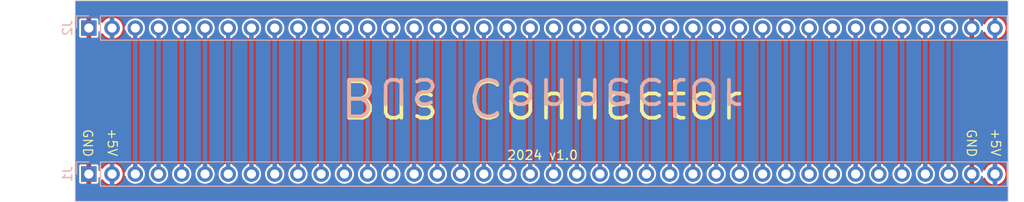
<source format=kicad_pcb>
(kicad_pcb (version 20240108) (generator "pcbnew") (generator_version "8.0")
  (title_block (title "SAP-Plus Bus Connector") (date "2024-08-25") (rev "1.0") (company "github.com/TomNisbet/sap-plus"))
  (layers (0 "F.Cu" signal) (31 "B.Cu" signal) (34 "B.Paste" user) (35 "F.Paste" user) (36 "B.SilkS" user "B.Silkscreen") (37 "F.SilkS" user "F.Silkscreen") (38 "B.Mask" user) (39 "F.Mask" user) (44 "Edge.Cuts" user))
  (net 0 "")
  (net 1 "+5V")
  (net 2 "X03")
  (net 3 "X38")
  (net 4 "X31")
  (net 5 "X17")
  (net 6 "X29")
  (net 7 "X24")
  (net 8 "X32")
  (net 9 "X20")
  (net 10 "X16")
  (net 11 "X30")
  (net 12 "X12")
  (net 13 "X26")
  (net 14 "X37")
  (net 15 "X15")
  (net 16 "X21")
  (net 17 "X25")
  (net 18 "X28")
  (net 19 "X36")
  (net 20 "X34")
  (net 21 "X18")
  (net 22 "X14")
  (net 23 "X13")
  (net 24 "X33")
  (net 25 "X19")
  (net 26 "X22")
  (net 27 "X35")
  (net 28 "X27")
  (net 29 "X23")
  (net 30 "D0")
  (net 31 "D1")
  (net 32 "D2")
  (net 33 "D3")
  (net 34 "D4")
  (net 35 "D5")
  (net 36 "D6")
  (net 37 "D7")
  (net 38 "GND")
  (footprint "Connector_PinHeader_2.54mm:PinHeader_1x40_P2.54mm_Vertical" (layer "B.Cu") (at 92.5 96 -90)
    (property "Reference" "J1" (at 0 2.33 90) (layer "B.SilkS") (effects (justify mirror)))
    (property "Value" "Bus")
    (fp_line (start -1.33 1.33) (end -1.33 0) (stroke (width 0.12)) (layer "B.SilkS"))
    (fp_line (start 0 1.33) (end -1.33 1.33) (stroke (width 0.12)) (layer "B.SilkS"))
    (fp_line (start 1.33 -1.27) (end -1.33 -1.27) (stroke (width 0.12)) (layer "B.SilkS"))
    (fp_line (start -1.33 -100.39) (end -1.33 -1.27) (stroke (width 0.12)) (layer "B.SilkS"))
    (fp_line (start 1.33 -100.39) (end 1.33 -1.27) (stroke (width 0.12)) (layer "B.SilkS"))
    (fp_line (start 1.33 -100.39) (end -1.33 -100.39) (stroke (width 0.12)) (layer "B.SilkS"))
    (pad "1" thru_hole rect (at 0 0 270) (size 1.7 1.7) (drill 1) (layers "*.Cu" "*.Mask") (net 38 "GND"))
    (pad "2" thru_hole oval (at 0 -2.54 270) (size 1.7 1.7) (drill 1) (layers "*.Cu" "*.Mask") (net 1 "+5V"))
    (pad "3" thru_hole oval (at 0 -5.08 270) (size 1.7 1.7) (drill 1) (layers "*.Cu" "*.Mask") (net 2 "X03"))
    (pad "4" thru_hole oval (at 0 -7.62 270) (size 1.7 1.7) (drill 1) (layers "*.Cu" "*.Mask") (net 37 "D7"))
    (pad "5" thru_hole oval (at 0 -10.16 270) (size 1.7 1.7) (drill 1) (layers "*.Cu" "*.Mask") (net 36 "D6"))
    (pad "6" thru_hole oval (at 0 -12.7 270) (size 1.7 1.7) (drill 1) (layers "*.Cu" "*.Mask") (net 35 "D5"))
    (pad "7" thru_hole oval (at 0 -15.24 270) (size 1.7 1.7) (drill 1) (layers "*.Cu" "*.Mask") (net 34 "D4"))
    (pad "8" thru_hole oval (at 0 -17.78 270) (size 1.7 1.7) (drill 1) (layers "*.Cu" "*.Mask") (net 33 "D3"))
    (pad "9" thru_hole oval (at 0 -20.32 270) (size 1.7 1.7) (drill 1) (layers "*.Cu" "*.Mask") (net 32 "D2"))
    (pad "10" thru_hole oval (at 0 -22.86 270) (size 1.7 1.7) (drill 1) (layers "*.Cu" "*.Mask") (net 31 "D1"))
    (pad "11" thru_hole oval (at 0 -25.4 270) (size 1.7 1.7) (drill 1) (layers "*.Cu" "*.Mask") (net 30 "D0"))
    (pad "12" thru_hole oval (at 0 -27.94 270) (size 1.7 1.7) (drill 1) (layers "*.Cu" "*.Mask") (net 12 "X12"))
    (pad "13" thru_hole oval (at 0 -30.48 270) (size 1.7 1.7) (drill 1) (layers "*.Cu" "*.Mask") (net 23 "X13"))
    (pad "14" thru_hole oval (at 0 -33.02 270) (size 1.7 1.7) (drill 1) (layers "*.Cu" "*.Mask") (net 22 "X14"))
    (pad "15" thru_hole oval (at 0 -35.56 270) (size 1.7 1.7) (drill 1) (layers "*.Cu" "*.Mask") (net 15 "X15"))
    (pad "16" thru_hole oval (at 0 -38.1 270) (size 1.7 1.7) (drill 1) (layers "*.Cu" "*.Mask") (net 10 "X16"))
    (pad "17" thru_hole oval (at 0 -40.64 270) (size 1.7 1.7) (drill 1) (layers "*.Cu" "*.Mask") (net 5 "X17"))
    (pad "18" thru_hole oval (at 0 -43.18 270) (size 1.7 1.7) (drill 1) (layers "*.Cu" "*.Mask") (net 21 "X18"))
    (pad "19" thru_hole oval (at 0 -45.72 270) (size 1.7 1.7) (drill 1) (layers "*.Cu" "*.Mask") (net 25 "X19"))
    (pad "20" thru_hole oval (at 0 -48.26 270) (size 1.7 1.7) (drill 1) (layers "*.Cu" "*.Mask") (net 9 "X20"))
    (pad "21" thru_hole oval (at 0 -50.8 270) (size 1.7 1.7) (drill 1) (layers "*.Cu" "*.Mask") (net 16 "X21"))
    (pad "22" thru_hole oval (at 0 -53.34 270) (size 1.7 1.7) (drill 1) (layers "*.Cu" "*.Mask") (net 26 "X22"))
    (pad "23" thru_hole oval (at 0 -55.88 270) (size 1.7 1.7) (drill 1) (layers "*.Cu" "*.Mask") (net 29 "X23"))
    (pad "24" thru_hole oval (at 0 -58.42 270) (size 1.7 1.7) (drill 1) (layers "*.Cu" "*.Mask") (net 7 "X24"))
    (pad "25" thru_hole oval (at 0 -60.96 270) (size 1.7 1.7) (drill 1) (layers "*.Cu" "*.Mask") (net 17 "X25"))
    (pad "26" thru_hole oval (at 0 -63.5 270) (size 1.7 1.7) (drill 1) (layers "*.Cu" "*.Mask") (net 13 "X26"))
    (pad "27" thru_hole oval (at 0 -66.04 270) (size 1.7 1.7) (drill 1) (layers "*.Cu" "*.Mask") (net 28 "X27"))
    (pad "28" thru_hole oval (at 0 -68.58 270) (size 1.7 1.7) (drill 1) (layers "*.Cu" "*.Mask") (net 18 "X28"))
    (pad "29" thru_hole oval (at 0 -71.12 270) (size 1.7 1.7) (drill 1) (layers "*.Cu" "*.Mask") (net 6 "X29"))
    (pad "30" thru_hole oval (at 0 -73.66 270) (size 1.7 1.7) (drill 1) (layers "*.Cu" "*.Mask") (net 11 "X30"))
    (pad "31" thru_hole oval (at 0 -76.2 270) (size 1.7 1.7) (drill 1) (layers "*.Cu" "*.Mask") (net 4 "X31"))
    (pad "32" thru_hole oval (at 0 -78.74 270) (size 1.7 1.7) (drill 1) (layers "*.Cu" "*.Mask") (net 8 "X32"))
    (pad "33" thru_hole oval (at 0 -81.28 270) (size 1.7 1.7) (drill 1) (layers "*.Cu" "*.Mask") (net 24 "X33"))
    (pad "34" thru_hole oval (at 0 -83.82 270) (size 1.7 1.7) (drill 1) (layers "*.Cu" "*.Mask") (net 20 "X34"))
    (pad "35" thru_hole oval (at 0 -86.36 270) (size 1.7 1.7) (drill 1) (layers "*.Cu" "*.Mask") (net 27 "X35"))
    (pad "36" thru_hole oval (at 0 -88.9 270) (size 1.7 1.7) (drill 1) (layers "*.Cu" "*.Mask") (net 19 "X36"))
    (pad "37" thru_hole oval (at 0 -91.44 270) (size 1.7 1.7) (drill 1) (layers "*.Cu" "*.Mask") (net 14 "X37"))
    (pad "38" thru_hole oval (at 0 -93.98 270) (size 1.7 1.7) (drill 1) (layers "*.Cu" "*.Mask") (net 3 "X38"))
    (pad "39" thru_hole oval (at 0 -96.52 270) (size 1.7 1.7) (drill 1) (layers "*.Cu" "*.Mask") (net 38 "GND"))
    (pad "40" thru_hole oval (at 0 -99.06 270) (size 1.7 1.7) (drill 1) (layers "*.Cu" "*.Mask") (net 1 "+5V"))
  )
  (footprint "Connector_PinHeader_2.54mm:PinHeader_1x40_P2.54mm_Vertical" (layer "B.Cu") (at 92.5 80 -90)
    (property "Reference" "J2" (at 0 2.33 90) (layer "B.SilkS") (effects (justify mirror)))
    (property "Value" "Bus")
    (fp_line (start -1.33 1.33) (end -1.33 0) (stroke (width 0.12)) (layer "B.SilkS"))
    (fp_line (start 0 1.33) (end -1.33 1.33) (stroke (width 0.12)) (layer "B.SilkS"))
    (fp_line (start 1.33 -1.27) (end -1.33 -1.27) (stroke (width 0.12)) (layer "B.SilkS"))
    (fp_line (start -1.33 -100.39) (end -1.33 -1.27) (stroke (width 0.12)) (layer "B.SilkS"))
    (fp_line (start 1.33 -100.39) (end 1.33 -1.27) (stroke (width 0.12)) (layer "B.SilkS"))
    (fp_line (start 1.33 -100.39) (end -1.33 -100.39) (stroke (width 0.12)) (layer "B.SilkS"))
    (pad "1" thru_hole rect (at 0 0 270) (size 1.7 1.7) (drill 1) (layers "*.Cu" "*.Mask") (net 38 "GND"))
    (pad "2" thru_hole oval (at 0 -2.54 270) (size 1.7 1.7) (drill 1) (layers "*.Cu" "*.Mask") (net 1 "+5V"))
    (pad "3" thru_hole oval (at 0 -5.08 270) (size 1.7 1.7) (drill 1) (layers "*.Cu" "*.Mask") (net 2 "X03"))
    (pad "4" thru_hole oval (at 0 -7.62 270) (size 1.7 1.7) (drill 1) (layers "*.Cu" "*.Mask") (net 37 "D7"))
    (pad "5" thru_hole oval (at 0 -10.16 270) (size 1.7 1.7) (drill 1) (layers "*.Cu" "*.Mask") (net 36 "D6"))
    (pad "6" thru_hole oval (at 0 -12.7 270) (size 1.7 1.7) (drill 1) (layers "*.Cu" "*.Mask") (net 35 "D5"))
    (pad "7" thru_hole oval (at 0 -15.24 270) (size 1.7 1.7) (drill 1) (layers "*.Cu" "*.Mask") (net 34 "D4"))
    (pad "8" thru_hole oval (at 0 -17.78 270) (size 1.7 1.7) (drill 1) (layers "*.Cu" "*.Mask") (net 33 "D3"))
    (pad "9" thru_hole oval (at 0 -20.32 270) (size 1.7 1.7) (drill 1) (layers "*.Cu" "*.Mask") (net 32 "D2"))
    (pad "10" thru_hole oval (at 0 -22.86 270) (size 1.7 1.7) (drill 1) (layers "*.Cu" "*.Mask") (net 31 "D1"))
    (pad "11" thru_hole oval (at 0 -25.4 270) (size 1.7 1.7) (drill 1) (layers "*.Cu" "*.Mask") (net 30 "D0"))
    (pad "12" thru_hole oval (at 0 -27.94 270) (size 1.7 1.7) (drill 1) (layers "*.Cu" "*.Mask") (net 12 "X12"))
    (pad "13" thru_hole oval (at 0 -30.48 270) (size 1.7 1.7) (drill 1) (layers "*.Cu" "*.Mask") (net 23 "X13"))
    (pad "14" thru_hole oval (at 0 -33.02 270) (size 1.7 1.7) (drill 1) (layers "*.Cu" "*.Mask") (net 22 "X14"))
    (pad "15" thru_hole oval (at 0 -35.56 270) (size 1.7 1.7) (drill 1) (layers "*.Cu" "*.Mask") (net 15 "X15"))
    (pad "16" thru_hole oval (at 0 -38.1 270) (size 1.7 1.7) (drill 1) (layers "*.Cu" "*.Mask") (net 10 "X16"))
    (pad "17" thru_hole oval (at 0 -40.64 270) (size 1.7 1.7) (drill 1) (layers "*.Cu" "*.Mask") (net 5 "X17"))
    (pad "18" thru_hole oval (at 0 -43.18 270) (size 1.7 1.7) (drill 1) (layers "*.Cu" "*.Mask") (net 21 "X18"))
    (pad "19" thru_hole oval (at 0 -45.72 270) (size 1.7 1.7) (drill 1) (layers "*.Cu" "*.Mask") (net 25 "X19"))
    (pad "20" thru_hole oval (at 0 -48.26 270) (size 1.7 1.7) (drill 1) (layers "*.Cu" "*.Mask") (net 9 "X20"))
    (pad "21" thru_hole oval (at 0 -50.8 270) (size 1.7 1.7) (drill 1) (layers "*.Cu" "*.Mask") (net 16 "X21"))
    (pad "22" thru_hole oval (at 0 -53.34 270) (size 1.7 1.7) (drill 1) (layers "*.Cu" "*.Mask") (net 26 "X22"))
    (pad "23" thru_hole oval (at 0 -55.88 270) (size 1.7 1.7) (drill 1) (layers "*.Cu" "*.Mask") (net 29 "X23"))
    (pad "24" thru_hole oval (at 0 -58.42 270) (size 1.7 1.7) (drill 1) (layers "*.Cu" "*.Mask") (net 7 "X24"))
    (pad "25" thru_hole oval (at 0 -60.96 270) (size 1.7 1.7) (drill 1) (layers "*.Cu" "*.Mask") (net 17 "X25"))
    (pad "26" thru_hole oval (at 0 -63.5 270) (size 1.7 1.7) (drill 1) (layers "*.Cu" "*.Mask") (net 13 "X26"))
    (pad "27" thru_hole oval (at 0 -66.04 270) (size 1.7 1.7) (drill 1) (layers "*.Cu" "*.Mask") (net 28 "X27"))
    (pad "28" thru_hole oval (at 0 -68.58 270) (size 1.7 1.7) (drill 1) (layers "*.Cu" "*.Mask") (net 18 "X28"))
    (pad "29" thru_hole oval (at 0 -71.12 270) (size 1.7 1.7) (drill 1) (layers "*.Cu" "*.Mask") (net 6 "X29"))
    (pad "30" thru_hole oval (at 0 -73.66 270) (size 1.7 1.7) (drill 1) (layers "*.Cu" "*.Mask") (net 11 "X30"))
    (pad "31" thru_hole oval (at 0 -76.2 270) (size 1.7 1.7) (drill 1) (layers "*.Cu" "*.Mask") (net 4 "X31"))
    (pad "32" thru_hole oval (at 0 -78.74 270) (size 1.7 1.7) (drill 1) (layers "*.Cu" "*.Mask") (net 8 "X32"))
    (pad "33" thru_hole oval (at 0 -81.28 270) (size 1.7 1.7) (drill 1) (layers "*.Cu" "*.Mask") (net 24 "X33"))
    (pad "34" thru_hole oval (at 0 -83.82 270) (size 1.7 1.7) (drill 1) (layers "*.Cu" "*.Mask") (net 20 "X34"))
    (pad "35" thru_hole oval (at 0 -86.36 270) (size 1.7 1.7) (drill 1) (layers "*.Cu" "*.Mask") (net 27 "X35"))
    (pad "36" thru_hole oval (at 0 -88.9 270) (size 1.7 1.7) (drill 1) (layers "*.Cu" "*.Mask") (net 19 "X36"))
    (pad "37" thru_hole oval (at 0 -91.44 270) (size 1.7 1.7) (drill 1) (layers "*.Cu" "*.Mask") (net 14 "X37"))
    (pad "38" thru_hole oval (at 0 -93.98 270) (size 1.7 1.7) (drill 1) (layers "*.Cu" "*.Mask") (net 3 "X38"))
    (pad "39" thru_hole oval (at 0 -96.52 270) (size 1.7 1.7) (drill 1) (layers "*.Cu" "*.Mask") (net 38 "GND"))
    (pad "40" thru_hole oval (at 0 -99.06 270) (size 1.7 1.7) (drill 1) (layers "*.Cu" "*.Mask") (net 1 "+5V"))
  )
  (gr_line (start 193 77) (end 91 77) (stroke (width 0.1)) (layer "Edge.Cuts"))
  (gr_line (start 91 99) (end 193 99) (stroke (width 0.1)) (layer "Edge.Cuts"))
  (gr_line (start 91 77) (end 91 99) (stroke (width 0.1)) (layer "Edge.Cuts"))
  (gr_line (start 193 99) (end 193 77) (stroke (width 0.1)) (layer "Edge.Cuts"))
  (gr_text "Bus Connector" (at 142 87.5 180) (layer "B.SilkS") (effects (font (size 4 4) (thickness 0.4)) (justify mirror)))
  (gr_text "Bus Connector" (at 142 88 0) (layer "F.SilkS") (effects (font (size 4 4) (thickness 0.4))))
  (gr_text "+5V" (at 95.07 94.14 270) (layer "F.SilkS") (effects (font (size 1 1) (thickness 0.13)) (justify right)))
  (gr_text "+5V" (at 191.63 94.14 270) (layer "F.SilkS") (effects (font (size 1 1) (thickness 0.13)) (justify right)))
  (gr_text "GND" (at 92.38 94.21 270) (layer "F.SilkS") (effects (font (size 1 1) (thickness 0.13)) (justify right)))
  (gr_text "2024 v${REVISION}" (at 142.1 93.93 0) (layer "F.SilkS") (effects (font (size 1 1))))
  (gr_text "GND" (at 188.99 94.22 270) (layer "F.SilkS") (effects (font (size 1 1) (thickness 0.13)) (justify right)))
  (segment (start 97.58 80) (end 97.58 96) (width 0.5) (layer "B.Cu") (net 2))
  (segment (start 186.48 80) (end 186.48 96) (width 0.5) (layer "B.Cu") (net 3))
  (segment (start 168.7 96) (end 168.7 80) (width 0.5) (layer "B.Cu") (net 4))
  (segment (start 133.14 80) (end 133.14 96) (width 0.5) (layer "B.Cu") (net 5))
  (segment (start 163.62 80) (end 163.62 96) (width 0.5) (layer "B.Cu") (net 6))
  (segment (start 150.92 80) (end 150.92 96) (width 0.5) (layer "B.Cu") (net 7))
  (segment (start 171.24 96) (end 171.24 80) (width 0.5) (layer "B.Cu") (net 8))
  (segment (start 140.76 96) (end 140.76 80) (width 0.5) (layer "B.Cu") (net 9))
  (segment (start 130.6 80) (end 130.6 96) (width 0.5) (layer "B.Cu") (net 10))
  (segment (start 166.16 80) (end 166.16 96) (width 0.5) (layer "B.Cu") (net 11))
  (segment (start 120.44 80) (end 120.44 96) (width 0.5) (layer "B.Cu") (net 12))
  (segment (start 156 80) (end 156 96) (width 0.5) (layer "B.Cu") (net 13))
  (segment (start 183.94 96) (end 183.94 80) (width 0.5) (layer "B.Cu") (net 14))
  (segment (start 128.06 80) (end 128.06 96) (width 0.5) (layer "B.Cu") (net 15))
  (segment (start 143.3 80) (end 143.3 96) (width 0.5) (layer "B.Cu") (net 16))
  (segment (start 153.46 96) (end 153.46 80) (width 0.5) (layer "B.Cu") (net 17))
  (segment (start 161.08 96) (end 161.08 80) (width 0.5) (layer "B.Cu") (net 18))
  (segment (start 181.4 80) (end 181.4 96) (width 0.5) (layer "B.Cu") (net 19))
  (segment (start 176.32 80) (end 176.32 96) (width 0.5) (layer "B.Cu") (net 20))
  (segment (start 135.68 80) (end 135.68 96) (width 0.5) (layer "B.Cu") (net 21))
  (segment (start 125.52 80) (end 125.52 96) (width 0.5) (layer "B.Cu") (net 22))
  (segment (start 122.98 80) (end 122.98 96) (width 0.5) (layer "B.Cu") (net 23))
  (segment (start 173.78 80) (end 173.78 96) (width 0.5) (layer "B.Cu") (net 24))
  (segment (start 138.22 80) (end 138.22 96) (width 0.5) (layer "B.Cu") (net 25))
  (segment (start 145.84 80) (end 145.84 96) (width 0.5) (layer "B.Cu") (net 26))
  (segment (start 178.86 96) (end 178.86 80) (width 0.5) (layer "B.Cu") (net 27))
  (segment (start 158.54 80) (end 158.54 96) (width 0.5) (layer "B.Cu") (net 28))
  (segment (start 148.38 96) (end 148.38 80) (width 0.5) (layer "B.Cu") (net 29))
  (segment (start 117.9 80) (end 117.9 96) (width 0.5) (layer "B.Cu") (net 30))
  (segment (start 115.36 96) (end 115.36 80) (width 0.5) (layer "B.Cu") (net 31))
  (segment (start 112.82 80) (end 112.82 96) (width 0.5) (layer "B.Cu") (net 32))
  (segment (start 110.28 96) (end 110.28 80) (width 0.5) (layer "B.Cu") (net 33))
  (segment (start 107.74 80) (end 107.74 96) (width 0.5) (layer "B.Cu") (net 34))
  (segment (start 105.2 80) (end 105.2 96) (width 0.5) (layer "B.Cu") (net 35))
  (segment (start 102.66 80) (end 102.66 96) (width 0.5) (layer "B.Cu") (net 36))
  (segment (start 100.12 80) (end 100.12 96) (width 0.5) (layer "B.Cu") (net 37))
  (zone (net 38) (net_name "GND") (layer "F.Cu") (connect_pads (clearance 0.31)) (min_thickness 0.21) (fill yes (thermal_gap 0.508) (thermal_bridge_width 0.508))
    (polygon (pts (xy 193 99) (xy 91 99) (xy 91 77) (xy 193 77)))
  )
  (zone (net 1) (net_name "+5V") (layer "B.Cu") (connect_pads (clearance 0.2)) (min_thickness 0.2) (fill yes (thermal_gap 0.508) (thermal_bridge_width 0.508))
    (polygon (pts (xy 193 99) (xy 91 99) (xy 91 77) (xy 193 77)))
  )
)
</source>
